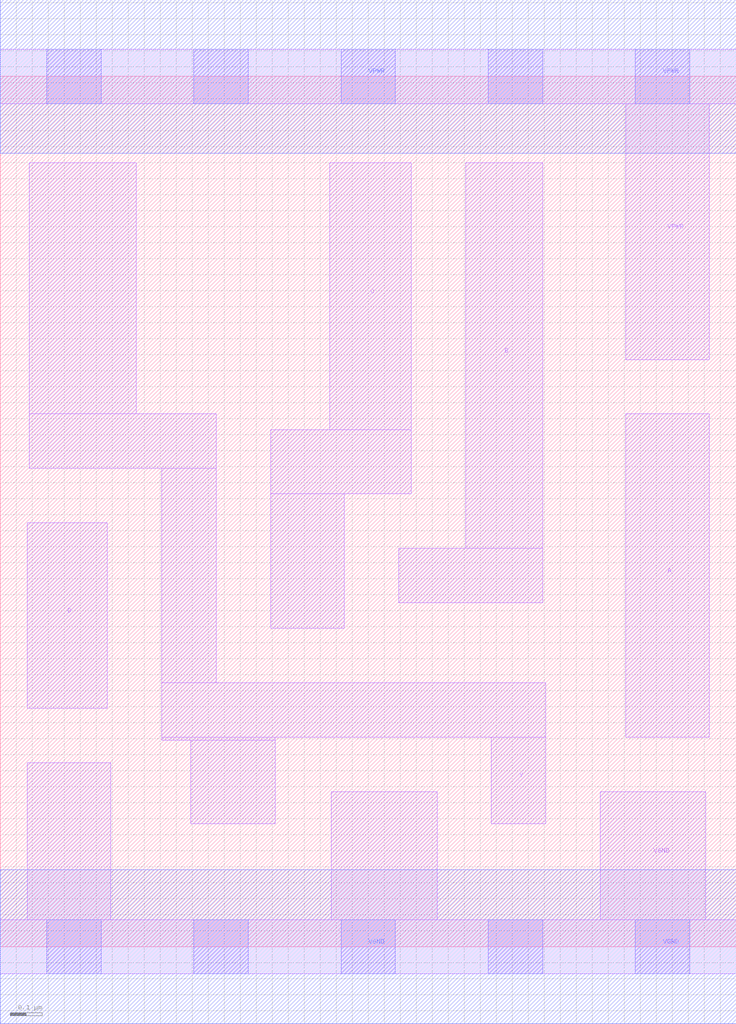
<source format=lef>
# Copyright 2020 The SkyWater PDK Authors
#
# Licensed under the Apache License, Version 2.0 (the "License");
# you may not use this file except in compliance with the License.
# You may obtain a copy of the License at
#
#     https://www.apache.org/licenses/LICENSE-2.0
#
# Unless required by applicable law or agreed to in writing, software
# distributed under the License is distributed on an "AS IS" BASIS,
# WITHOUT WARRANTIES OR CONDITIONS OF ANY KIND, either express or implied.
# See the License for the specific language governing permissions and
# limitations under the License.
#
# SPDX-License-Identifier: Apache-2.0

VERSION 5.7 ;
  NAMESCASESENSITIVE ON ;
  NOWIREEXTENSIONATPIN ON ;
  DIVIDERCHAR "/" ;
  BUSBITCHARS "[]" ;
UNITS
  DATABASE MICRONS 200 ;
END UNITS
MACRO sky130_fd_sc_hd__nor4_1
  CLASS CORE ;
  SOURCE USER ;
  FOREIGN sky130_fd_sc_hd__nor4_1 ;
  ORIGIN  0.000000  0.000000 ;
  SIZE  2.300000 BY  2.720000 ;
  SYMMETRY X Y R90 ;
  SITE unithd ;
  PIN A
    ANTENNAGATEAREA  0.247500 ;
    DIRECTION INPUT ;
    USE SIGNAL ;
    PORT
      LAYER li1 ;
        RECT 1.955000 0.655000 2.215000 1.665000 ;
    END
  END A
  PIN B
    ANTENNAGATEAREA  0.247500 ;
    DIRECTION INPUT ;
    USE SIGNAL ;
    PORT
      LAYER li1 ;
        RECT 1.245000 1.075000 1.695000 1.245000 ;
        RECT 1.455000 1.245000 1.695000 2.450000 ;
    END
  END B
  PIN C
    ANTENNAGATEAREA  0.247500 ;
    DIRECTION INPUT ;
    USE SIGNAL ;
    PORT
      LAYER li1 ;
        RECT 0.845000 0.995000 1.075000 1.415000 ;
        RECT 0.845000 1.415000 1.285000 1.615000 ;
        RECT 1.030000 1.615000 1.285000 2.450000 ;
    END
  END C
  PIN D
    ANTENNAGATEAREA  0.247500 ;
    DIRECTION INPUT ;
    USE SIGNAL ;
    PORT
      LAYER li1 ;
        RECT 0.085000 0.745000 0.335000 1.325000 ;
    END
  END D
  PIN Y
    ANTENNADIFFAREA  0.672750 ;
    DIRECTION OUTPUT ;
    USE SIGNAL ;
    PORT
      LAYER li1 ;
        RECT 0.090000 1.495000 0.675000 1.665000 ;
        RECT 0.090000 1.665000 0.425000 2.450000 ;
        RECT 0.505000 0.645000 0.860000 0.655000 ;
        RECT 0.505000 0.655000 1.705000 0.825000 ;
        RECT 0.505000 0.825000 0.675000 1.495000 ;
        RECT 0.595000 0.385000 0.860000 0.645000 ;
        RECT 1.535000 0.385000 1.705000 0.655000 ;
    END
  END Y
  PIN VGND
    DIRECTION INOUT ;
    SHAPE ABUTMENT ;
    USE GROUND ;
    PORT
      LAYER li1 ;
        RECT 0.000000 -0.085000 2.300000 0.085000 ;
        RECT 0.085000  0.085000 0.345000 0.575000 ;
        RECT 1.035000  0.085000 1.365000 0.485000 ;
        RECT 1.875000  0.085000 2.205000 0.485000 ;
      LAYER mcon ;
        RECT 0.145000 -0.085000 0.315000 0.085000 ;
        RECT 0.605000 -0.085000 0.775000 0.085000 ;
        RECT 1.065000 -0.085000 1.235000 0.085000 ;
        RECT 1.525000 -0.085000 1.695000 0.085000 ;
        RECT 1.985000 -0.085000 2.155000 0.085000 ;
      LAYER met1 ;
        RECT 0.000000 -0.240000 2.300000 0.240000 ;
    END
  END VGND
  PIN VPWR
    DIRECTION INOUT ;
    SHAPE ABUTMENT ;
    USE POWER ;
    PORT
      LAYER li1 ;
        RECT 0.000000 2.635000 2.300000 2.805000 ;
        RECT 1.955000 1.835000 2.215000 2.635000 ;
      LAYER mcon ;
        RECT 0.145000 2.635000 0.315000 2.805000 ;
        RECT 0.605000 2.635000 0.775000 2.805000 ;
        RECT 1.065000 2.635000 1.235000 2.805000 ;
        RECT 1.525000 2.635000 1.695000 2.805000 ;
        RECT 1.985000 2.635000 2.155000 2.805000 ;
      LAYER met1 ;
        RECT 0.000000 2.480000 2.300000 2.960000 ;
    END
  END VPWR
END sky130_fd_sc_hd__nor4_1
END LIBRARY

</source>
